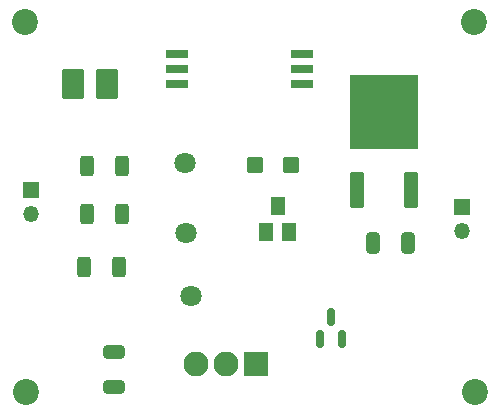
<source format=gbr>
%TF.GenerationSoftware,KiCad,Pcbnew,8.0.1*%
%TF.CreationDate,2024-11-21T22:19:22+00:00*%
%TF.ProjectId,Heating Element,48656174-696e-4672-9045-6c656d656e74,1*%
%TF.SameCoordinates,Original*%
%TF.FileFunction,Soldermask,Top*%
%TF.FilePolarity,Negative*%
%FSLAX46Y46*%
G04 Gerber Fmt 4.6, Leading zero omitted, Abs format (unit mm)*
G04 Created by KiCad (PCBNEW 8.0.1) date 2024-11-21 22:19:22*
%MOMM*%
%LPD*%
G01*
G04 APERTURE LIST*
G04 Aperture macros list*
%AMRoundRect*
0 Rectangle with rounded corners*
0 $1 Rounding radius*
0 $2 $3 $4 $5 $6 $7 $8 $9 X,Y pos of 4 corners*
0 Add a 4 corners polygon primitive as box body*
4,1,4,$2,$3,$4,$5,$6,$7,$8,$9,$2,$3,0*
0 Add four circle primitives for the rounded corners*
1,1,$1+$1,$2,$3*
1,1,$1+$1,$4,$5*
1,1,$1+$1,$6,$7*
1,1,$1+$1,$8,$9*
0 Add four rect primitives between the rounded corners*
20,1,$1+$1,$2,$3,$4,$5,0*
20,1,$1+$1,$4,$5,$6,$7,0*
20,1,$1+$1,$6,$7,$8,$9,0*
20,1,$1+$1,$8,$9,$2,$3,0*%
G04 Aperture macros list end*
%ADD10RoundRect,0.150000X0.150000X-0.587500X0.150000X0.587500X-0.150000X0.587500X-0.150000X-0.587500X0*%
%ADD11RoundRect,0.102000X-0.555000X-0.610000X0.555000X-0.610000X0.555000X0.610000X-0.555000X0.610000X0*%
%ADD12RoundRect,0.102000X-0.800000X-1.200000X0.800000X-1.200000X0.800000X1.200000X-0.800000X1.200000X0*%
%ADD13RoundRect,0.102000X0.500000X-0.700000X0.500000X0.700000X-0.500000X0.700000X-0.500000X-0.700000X0*%
%ADD14O,1.350000X1.350000*%
%ADD15R,1.350000X1.350000*%
%ADD16C,1.800000*%
%ADD17RoundRect,0.250000X0.650000X-0.325000X0.650000X0.325000X-0.650000X0.325000X-0.650000X-0.325000X0*%
%ADD18C,2.200000*%
%ADD19RoundRect,0.250000X-0.312500X-0.625000X0.312500X-0.625000X0.312500X0.625000X-0.312500X0.625000X0*%
%ADD20R,1.850000X0.650000*%
%ADD21RoundRect,0.102000X0.955000X0.955000X-0.955000X0.955000X-0.955000X-0.955000X0.955000X-0.955000X0*%
%ADD22C,2.114000*%
%ADD23RoundRect,0.102000X-0.485000X-1.415000X0.485000X-1.415000X0.485000X1.415000X-0.485000X1.415000X0*%
%ADD24RoundRect,0.102000X-2.815000X-3.045000X2.815000X-3.045000X2.815000X3.045000X-2.815000X3.045000X0*%
%ADD25RoundRect,0.250000X-0.325000X-0.650000X0.325000X-0.650000X0.325000X0.650000X-0.325000X0.650000X0*%
G04 APERTURE END LIST*
D10*
%TO.C,D3*%
X123975000Y-107275000D03*
X125875000Y-107275000D03*
X124925000Y-105400000D03*
%TD*%
D11*
%TO.C,D4*%
X118464400Y-92506800D03*
X121564400Y-92506800D03*
%TD*%
D12*
%TO.C,D2*%
X103105000Y-85670000D03*
X105955000Y-85670000D03*
%TD*%
D13*
%TO.C,D1*%
X120396000Y-95978800D03*
X121346000Y-98178800D03*
X119446000Y-98178800D03*
%TD*%
D14*
%TO.C,J2*%
X136042400Y-98129600D03*
D15*
X136042400Y-96129600D03*
%TD*%
%TO.C,J1*%
X99560000Y-94680000D03*
D14*
X99560000Y-96680000D03*
%TD*%
D16*
%TO.C,TP1*%
X112530000Y-92400000D03*
%TD*%
D17*
%TO.C,C1*%
X106550000Y-111295000D03*
X106550000Y-108345000D03*
%TD*%
D16*
%TO.C,TP3*%
X113050000Y-103620000D03*
%TD*%
D18*
%TO.C,H4*%
X137158400Y-111763200D03*
%TD*%
D19*
%TO.C,R3*%
X104010000Y-101150000D03*
X106935000Y-101150000D03*
%TD*%
D20*
%TO.C,IC1*%
X111845000Y-83130000D03*
X111845000Y-84400000D03*
X111845000Y-85670000D03*
X122495000Y-85670000D03*
X122495000Y-84400000D03*
X122495000Y-83130000D03*
%TD*%
D19*
%TO.C,R1*%
X104267500Y-92630000D03*
X107192500Y-92630000D03*
%TD*%
D18*
%TO.C,H1*%
X99009200Y-80467200D03*
%TD*%
%TO.C,H2*%
X137058400Y-80467200D03*
%TD*%
D16*
%TO.C,TP2*%
X112680000Y-98310000D03*
%TD*%
D21*
%TO.C,U1*%
X118540000Y-109400000D03*
D22*
X116000000Y-109400000D03*
X113460000Y-109400000D03*
%TD*%
D23*
%TO.C,U2*%
X127097600Y-94665600D03*
D24*
X129387600Y-88015600D03*
D23*
X131677600Y-94665600D03*
%TD*%
D25*
%TO.C,C2*%
X128471400Y-99161600D03*
X131421400Y-99161600D03*
%TD*%
D19*
%TO.C,R2*%
X104267500Y-96660000D03*
X107192500Y-96660000D03*
%TD*%
D18*
%TO.C,H3*%
X99109200Y-111763200D03*
%TD*%
M02*

</source>
